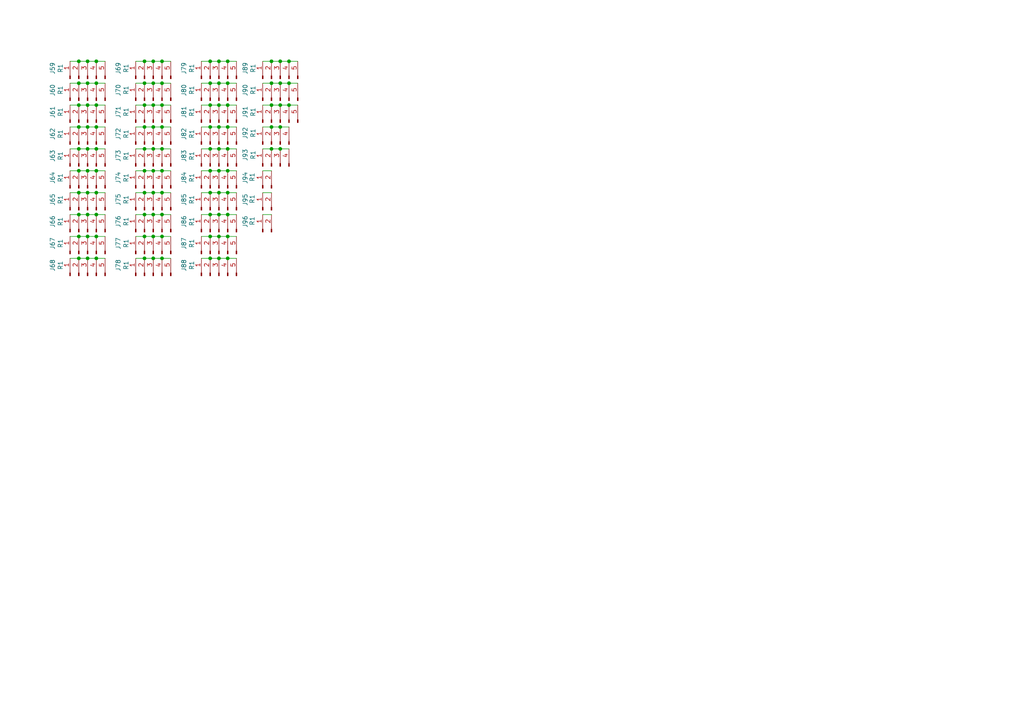
<source format=kicad_sch>
(kicad_sch (version 20231120) (generator "eeschema") (generator_version "8.0")
  (paper "A4")
  (lib_symbols
    (symbol "Connector:Conn_01x02_Pin" (pin_names (offset 1.016) hide)
      (property "Reference" "J" (at 0 2.54 0))
      (property "Value" "Conn_01x02_Pin" (at 0 -5.08 0))
      (symbol "Conn_01x02_Pin_1_1"
        (polyline (pts (xy 1.27 -2.54) (xy 0.8636 -2.54)) (stroke (width 0.1524)))
        (polyline (pts (xy 1.27 0) (xy 0.8636 0)) (stroke (width 0.1524)))
        (rectangle (start 0.8636 -2.413) (end 0 -2.667) (stroke (width 0.1524)) (fill (type outline)))
        (rectangle (start 0.8636 0.127) (end 0 -0.127) (stroke (width 0.1524)) (fill (type outline)))
        (pin passive line (at 5.08 0 180) (length 3.81) (name "Pin_1") (number "1"))
        (pin passive line (at 5.08 -2.54 180) (length 3.81) (name "Pin_2") (number "2"))
      )
    )
    (symbol "Connector:Conn_01x04_Pin" (pin_names (offset 1.016) hide)
      (property "Reference" "J" (at 0 5.08 0))
      (property "Value" "Conn_01x04_Pin" (at 0 -7.62 0))
      (symbol "Conn_01x04_Pin_1_1"
        (polyline (pts (xy 1.27 -5.08) (xy 0.8636 -5.08)) (stroke (width 0.1524)))
        (polyline (pts (xy 1.27 -2.54) (xy 0.8636 -2.54)) (stroke (width 0.1524)))
        (polyline (pts (xy 1.27 0) (xy 0.8636 0)) (stroke (width 0.1524)))
        (polyline (pts (xy 1.27 2.54) (xy 0.8636 2.54)) (stroke (width 0.1524)))
        (rectangle (start 0.8636 -4.953) (end 0 -5.207) (stroke (width 0.1524)) (fill (type outline)))
        (rectangle (start 0.8636 -2.413) (end 0 -2.667) (stroke (width 0.1524)) (fill (type outline)))
        (rectangle (start 0.8636 0.127) (end 0 -0.127) (stroke (width 0.1524)) (fill (type outline)))
        (rectangle (start 0.8636 2.667) (end 0 2.413) (stroke (width 0.1524)) (fill (type outline)))
        (pin passive line (at 5.08 2.54 180) (length 3.81) (name "Pin_1") (number "1"))
        (pin passive line (at 5.08 0 180) (length 3.81) (name "Pin_2") (number "2"))
        (pin passive line (at 5.08 -2.54 180) (length 3.81) (name "Pin_3") (number "3"))
        (pin passive line (at 5.08 -5.08 180) (length 3.81) (name "Pin_4") (number "4"))
      )
    )
    (symbol "Connector:Conn_01x05_Pin" (pin_names (offset 1.016) hide)
      (property "Reference" "J" (at 0 7.62 0))
      (property "Value" "Conn_01x05_Pin" (at 0 -7.62 0))
      (symbol "Conn_01x05_Pin_1_1"
        (polyline (pts (xy 1.27 -5.08) (xy 0.8636 -5.08)) (stroke (width 0.1524)))
        (polyline (pts (xy 1.27 -2.54) (xy 0.8636 -2.54)) (stroke (width 0.1524)))
        (polyline (pts (xy 1.27 0) (xy 0.8636 0)) (stroke (width 0.1524)))
        (polyline (pts (xy 1.27 2.54) (xy 0.8636 2.54)) (stroke (width 0.1524)))
        (polyline (pts (xy 1.27 5.08) (xy 0.8636 5.08)) (stroke (width 0.1524)))
        (rectangle (start 0.8636 -4.953) (end 0 -5.207) (stroke (width 0.1524)) (fill (type outline)))
        (rectangle (start 0.8636 -2.413) (end 0 -2.667) (stroke (width 0.1524)) (fill (type outline)))
        (rectangle (start 0.8636 0.127) (end 0 -0.127) (stroke (width 0.1524)) (fill (type outline)))
        (rectangle (start 0.8636 2.667) (end 0 2.413) (stroke (width 0.1524)) (fill (type outline)))
        (rectangle (start 0.8636 5.207) (end 0 4.953) (stroke (width 0.1524)) (fill (type outline)))
        (pin passive line (at 5.08 5.08 180) (length 3.81) (name "Pin_1") (number "1"))
        (pin passive line (at 5.08 2.54 180) (length 3.81) (name "Pin_2") (number "2"))
        (pin passive line (at 5.08 0 180) (length 3.81) (name "Pin_3") (number "3"))
        (pin passive line (at 5.08 -2.54 180) (length 3.81) (name "Pin_4") (number "4"))
        (pin passive line (at 5.08 -5.08 180) (length 3.81) (name "Pin_5") (number "5"))
      )
    )
  )
  (junction (at 27.94 49.53))
  (junction (at 44.45 17.78))
  (junction (at 63.5 30.48))
  (junction (at 63.5 49.53))
  (junction (at 81.28 43.18))
  (junction (at 66.04 68.58))
  (junction (at 63.5 68.58))
  (junction (at 41.91 62.23))
  (junction (at 60.96 30.48))
  (junction (at 41.91 43.18))
  (junction (at 25.4 43.18))
  (junction (at 27.94 74.93))
  (junction (at 41.91 30.48))
  (junction (at 63.5 74.93))
  (junction (at 25.4 24.13))
  (junction (at 60.96 36.83))
  (junction (at 63.5 36.83))
  (junction (at 66.04 30.48))
  (junction (at 41.91 36.83))
  (junction (at 22.86 55.88))
  (junction (at 27.94 68.58))
  (junction (at 63.5 43.18))
  (junction (at 46.99 43.18))
  (junction (at 81.28 17.78))
  (junction (at 27.94 62.23))
  (junction (at 25.4 49.53))
  (junction (at 83.82 24.13))
  (junction (at 78.74 30.48))
  (junction (at 22.86 68.58))
  (junction (at 46.99 24.13))
  (junction (at 41.91 68.58))
  (junction (at 25.4 62.23))
  (junction (at 66.04 36.83))
  (junction (at 44.45 68.58))
  (junction (at 22.86 74.93))
  (junction (at 46.99 55.88))
  (junction (at 41.91 24.13))
  (junction (at 78.74 36.83))
  (junction (at 60.96 55.88))
  (junction (at 27.94 17.78))
  (junction (at 78.74 17.78))
  (junction (at 44.45 36.83))
  (junction (at 66.04 74.93))
  (junction (at 25.4 55.88))
  (junction (at 83.82 17.78))
  (junction (at 25.4 30.48))
  (junction (at 66.04 49.53))
  (junction (at 46.99 49.53))
  (junction (at 63.5 55.88))
  (junction (at 46.99 36.83))
  (junction (at 22.86 49.53))
  (junction (at 22.86 17.78))
  (junction (at 44.45 74.93))
  (junction (at 60.96 24.13))
  (junction (at 27.94 55.88))
  (junction (at 41.91 17.78))
  (junction (at 44.45 55.88))
  (junction (at 60.96 74.93))
  (junction (at 78.74 24.13))
  (junction (at 81.28 30.48))
  (junction (at 22.86 62.23))
  (junction (at 41.91 49.53))
  (junction (at 60.96 68.58))
  (junction (at 44.45 43.18))
  (junction (at 25.4 74.93))
  (junction (at 41.91 55.88))
  (junction (at 27.94 30.48))
  (junction (at 60.96 17.78))
  (junction (at 66.04 55.88))
  (junction (at 81.28 24.13))
  (junction (at 27.94 36.83))
  (junction (at 60.96 49.53))
  (junction (at 78.74 43.18))
  (junction (at 22.86 43.18))
  (junction (at 66.04 17.78))
  (junction (at 46.99 74.93))
  (junction (at 60.96 62.23))
  (junction (at 22.86 30.48))
  (junction (at 83.82 30.48))
  (junction (at 46.99 68.58))
  (junction (at 25.4 68.58))
  (junction (at 46.99 30.48))
  (junction (at 66.04 43.18))
  (junction (at 46.99 17.78))
  (junction (at 66.04 24.13))
  (junction (at 25.4 36.83))
  (junction (at 46.99 62.23))
  (junction (at 27.94 24.13))
  (junction (at 63.5 17.78))
  (junction (at 44.45 49.53))
  (junction (at 27.94 43.18))
  (junction (at 81.28 36.83))
  (junction (at 60.96 43.18))
  (junction (at 66.04 62.23))
  (junction (at 25.4 17.78))
  (junction (at 41.91 74.93))
  (junction (at 22.86 24.13))
  (junction (at 63.5 24.13))
  (junction (at 44.45 30.48))
  (junction (at 44.45 24.13))
  (junction (at 44.45 62.23))
  (junction (at 63.5 62.23))
  (junction (at 22.86 36.83))
  (wire (pts (xy 20.32 30.48) (xy 22.86 30.48)))
  (wire (pts (xy 63.5 43.18) (xy 66.04 43.18)))
  (wire (pts (xy 22.86 62.23) (xy 25.4 62.23)))
  (wire (pts (xy 83.82 24.13) (xy 86.36 24.13)))
  (wire (pts (xy 39.37 43.18) (xy 41.91 43.18)))
  (wire (pts (xy 25.4 55.88) (xy 27.94 55.88)))
  (wire (pts (xy 76.2 17.78) (xy 78.74 17.78)))
  (wire (pts (xy 78.74 36.83) (xy 81.28 36.83)))
  (wire (pts (xy 44.45 24.13) (xy 46.99 24.13)))
  (wire (pts (xy 27.94 30.48) (xy 30.48 30.48)))
  (wire (pts (xy 41.91 17.78) (xy 44.45 17.78)))
  (wire (pts (xy 60.96 30.48) (xy 63.5 30.48)))
  (wire (pts (xy 22.86 30.48) (xy 25.4 30.48)))
  (wire (pts (xy 27.94 62.23) (xy 30.48 62.23)))
  (wire (pts (xy 46.99 74.93) (xy 49.53 74.93)))
  (wire (pts (xy 22.86 24.13) (xy 25.4 24.13)))
  (wire (pts (xy 41.91 43.18) (xy 44.45 43.18)))
  (wire (pts (xy 39.37 74.93) (xy 41.91 74.93)))
  (wire (pts (xy 27.94 74.93) (xy 30.48 74.93)))
  (wire (pts (xy 58.42 62.23) (xy 60.96 62.23)))
  (wire (pts (xy 39.37 30.48) (xy 41.91 30.48)))
  (wire (pts (xy 27.94 55.88) (xy 30.48 55.88)))
  (wire (pts (xy 81.28 36.83) (xy 83.82 36.83)))
  (wire (pts (xy 44.45 49.53) (xy 46.99 49.53)))
  (wire (pts (xy 41.91 68.58) (xy 44.45 68.58)))
  (wire (pts (xy 39.37 68.58) (xy 41.91 68.58)))
  (wire (pts (xy 41.91 74.93) (xy 44.45 74.93)))
  (wire (pts (xy 39.37 55.88) (xy 41.91 55.88)))
  (wire (pts (xy 76.2 49.53) (xy 78.74 49.53)))
  (wire (pts (xy 63.5 24.13) (xy 66.04 24.13)))
  (wire (pts (xy 25.4 17.78) (xy 27.94 17.78)))
  (wire (pts (xy 60.96 17.78) (xy 63.5 17.78)))
  (wire (pts (xy 66.04 43.18) (xy 68.58 43.18)))
  (wire (pts (xy 44.45 74.93) (xy 46.99 74.93)))
  (wire (pts (xy 41.91 62.23) (xy 44.45 62.23)))
  (wire (pts (xy 63.5 30.48) (xy 66.04 30.48)))
  (wire (pts (xy 27.94 68.58) (xy 30.48 68.58)))
  (wire (pts (xy 60.96 62.23) (xy 63.5 62.23)))
  (wire (pts (xy 60.96 49.53) (xy 63.5 49.53)))
  (wire (pts (xy 39.37 24.13) (xy 41.91 24.13)))
  (wire (pts (xy 58.42 36.83) (xy 60.96 36.83)))
  (wire (pts (xy 81.28 43.18) (xy 83.82 43.18)))
  (wire (pts (xy 25.4 62.23) (xy 27.94 62.23)))
  (wire (pts (xy 46.99 17.78) (xy 49.53 17.78)))
  (wire (pts (xy 25.4 36.83) (xy 27.94 36.83)))
  (wire (pts (xy 22.86 43.18) (xy 25.4 43.18)))
  (wire (pts (xy 41.91 49.53) (xy 44.45 49.53)))
  (wire (pts (xy 81.28 30.48) (xy 83.82 30.48)))
  (wire (pts (xy 63.5 68.58) (xy 66.04 68.58)))
  (wire (pts (xy 41.91 55.88) (xy 44.45 55.88)))
  (wire (pts (xy 27.94 36.83) (xy 30.48 36.83)))
  (wire (pts (xy 46.99 62.23) (xy 49.53 62.23)))
  (wire (pts (xy 25.4 30.48) (xy 27.94 30.48)))
  (wire (pts (xy 63.5 74.93) (xy 66.04 74.93)))
  (wire (pts (xy 58.42 49.53) (xy 60.96 49.53)))
  (wire (pts (xy 25.4 68.58) (xy 27.94 68.58)))
  (wire (pts (xy 60.96 68.58) (xy 63.5 68.58)))
  (wire (pts (xy 63.5 36.83) (xy 66.04 36.83)))
  (wire (pts (xy 44.45 36.83) (xy 46.99 36.83)))
  (wire (pts (xy 60.96 55.88) (xy 63.5 55.88)))
  (wire (pts (xy 22.86 68.58) (xy 25.4 68.58)))
  (wire (pts (xy 66.04 68.58) (xy 68.58 68.58)))
  (wire (pts (xy 60.96 36.83) (xy 63.5 36.83)))
  (wire (pts (xy 66.04 74.93) (xy 68.58 74.93)))
  (wire (pts (xy 39.37 62.23) (xy 41.91 62.23)))
  (wire (pts (xy 78.74 24.13) (xy 81.28 24.13)))
  (wire (pts (xy 20.32 36.83) (xy 22.86 36.83)))
  (wire (pts (xy 25.4 43.18) (xy 27.94 43.18)))
  (wire (pts (xy 46.99 30.48) (xy 49.53 30.48)))
  (wire (pts (xy 58.42 68.58) (xy 60.96 68.58)))
  (wire (pts (xy 20.32 43.18) (xy 22.86 43.18)))
  (wire (pts (xy 44.45 17.78) (xy 46.99 17.78)))
  (wire (pts (xy 58.42 43.18) (xy 60.96 43.18)))
  (wire (pts (xy 22.86 74.93) (xy 25.4 74.93)))
  (wire (pts (xy 41.91 36.83) (xy 44.45 36.83)))
  (wire (pts (xy 58.42 17.78) (xy 60.96 17.78)))
  (wire (pts (xy 22.86 36.83) (xy 25.4 36.83)))
  (wire (pts (xy 46.99 49.53) (xy 49.53 49.53)))
  (wire (pts (xy 46.99 36.83) (xy 49.53 36.83)))
  (wire (pts (xy 76.2 62.23) (xy 78.74 62.23)))
  (wire (pts (xy 46.99 68.58) (xy 49.53 68.58)))
  (wire (pts (xy 66.04 49.53) (xy 68.58 49.53)))
  (wire (pts (xy 44.45 55.88) (xy 46.99 55.88)))
  (wire (pts (xy 44.45 30.48) (xy 46.99 30.48)))
  (wire (pts (xy 20.32 62.23) (xy 22.86 62.23)))
  (wire (pts (xy 60.96 74.93) (xy 63.5 74.93)))
  (wire (pts (xy 76.2 24.13) (xy 78.74 24.13)))
  (wire (pts (xy 25.4 49.53) (xy 27.94 49.53)))
  (wire (pts (xy 66.04 30.48) (xy 68.58 30.48)))
  (wire (pts (xy 44.45 68.58) (xy 46.99 68.58)))
  (wire (pts (xy 44.45 62.23) (xy 46.99 62.23)))
  (wire (pts (xy 78.74 30.48) (xy 81.28 30.48)))
  (wire (pts (xy 78.74 43.18) (xy 81.28 43.18)))
  (wire (pts (xy 60.96 24.13) (xy 63.5 24.13)))
  (wire (pts (xy 20.32 74.93) (xy 22.86 74.93)))
  (wire (pts (xy 76.2 43.18) (xy 78.74 43.18)))
  (wire (pts (xy 25.4 24.13) (xy 27.94 24.13)))
  (wire (pts (xy 76.2 30.48) (xy 78.74 30.48)))
  (wire (pts (xy 27.94 43.18) (xy 30.48 43.18)))
  (wire (pts (xy 39.37 36.83) (xy 41.91 36.83)))
  (wire (pts (xy 63.5 49.53) (xy 66.04 49.53)))
  (wire (pts (xy 20.32 17.78) (xy 22.86 17.78)))
  (wire (pts (xy 46.99 24.13) (xy 49.53 24.13)))
  (wire (pts (xy 41.91 24.13) (xy 44.45 24.13)))
  (wire (pts (xy 66.04 24.13) (xy 68.58 24.13)))
  (wire (pts (xy 44.45 43.18) (xy 46.99 43.18)))
  (wire (pts (xy 20.32 24.13) (xy 22.86 24.13)))
  (wire (pts (xy 46.99 55.88) (xy 49.53 55.88)))
  (wire (pts (xy 39.37 49.53) (xy 41.91 49.53)))
  (wire (pts (xy 66.04 55.88) (xy 68.58 55.88)))
  (wire (pts (xy 76.2 55.88) (xy 78.74 55.88)))
  (wire (pts (xy 81.28 24.13) (xy 83.82 24.13)))
  (wire (pts (xy 58.42 24.13) (xy 60.96 24.13)))
  (wire (pts (xy 66.04 17.78) (xy 68.58 17.78)))
  (wire (pts (xy 58.42 30.48) (xy 60.96 30.48)))
  (wire (pts (xy 58.42 74.93) (xy 60.96 74.93)))
  (wire (pts (xy 22.86 55.88) (xy 25.4 55.88)))
  (wire (pts (xy 76.2 36.83) (xy 78.74 36.83)))
  (wire (pts (xy 25.4 74.93) (xy 27.94 74.93)))
  (wire (pts (xy 63.5 55.88) (xy 66.04 55.88)))
  (wire (pts (xy 39.37 17.78) (xy 41.91 17.78)))
  (wire (pts (xy 63.5 62.23) (xy 66.04 62.23)))
  (wire (pts (xy 41.91 30.48) (xy 44.45 30.48)))
  (wire (pts (xy 66.04 36.83) (xy 68.58 36.83)))
  (wire (pts (xy 22.86 17.78) (xy 25.4 17.78)))
  (wire (pts (xy 83.82 30.48) (xy 86.36 30.48)))
  (wire (pts (xy 20.32 55.88) (xy 22.86 55.88)))
  (wire (pts (xy 46.99 43.18) (xy 49.53 43.18)))
  (wire (pts (xy 27.94 24.13) (xy 30.48 24.13)))
  (wire (pts (xy 27.94 49.53) (xy 30.48 49.53)))
  (wire (pts (xy 22.86 49.53) (xy 25.4 49.53)))
  (wire (pts (xy 83.82 17.78) (xy 86.36 17.78)))
  (wire (pts (xy 81.28 17.78) (xy 83.82 17.78)))
  (wire (pts (xy 60.96 43.18) (xy 63.5 43.18)))
  (wire (pts (xy 58.42 55.88) (xy 60.96 55.88)))
  (wire (pts (xy 20.32 49.53) (xy 22.86 49.53)))
  (wire (pts (xy 78.74 17.78) (xy 81.28 17.78)))
  (wire (pts (xy 66.04 62.23) (xy 68.58 62.23)))
  (wire (pts (xy 20.32 68.58) (xy 22.86 68.58)))
  (wire (pts (xy 27.94 17.78) (xy 30.48 17.78)))
  (wire (pts (xy 63.5 17.78) (xy 66.04 17.78)))
  (symbol (lib_id "Connector:Conn_01x02_Pin") (at 76.2 67.31 90) (unit 1)
    (property "Reference" "J96" (at 71.12 62.484 0) (effects (justify right)))
    (property "Value" "R1" (at 73.152 62.738 0) (effects (justify right)))
    (property "Footprint" "diy-nabra:PinHeader_1x02_P2.54mm_Vertical" (effects (hide yes)))
    (property "Description" "Generic connector, single row, 01x02, script generated" (effects (hide yes)))
  )
  (symbol (lib_id "Connector:Conn_01x05_Pin") (at 44.45 48.26 90) (unit 1)
    (property "Reference" "J73" (at 34.29 45.212 0))
    (property "Value" "R1" (at 36.576 45.212 0))
    (property "Footprint" "diy-nabra:R5_BB" (effects (hide yes)))
    (property "Description" "Generic connector, single row, 01x05, script generated" (effects (hide yes)))
  )
  (symbol (lib_id "Connector:Conn_01x02_Pin") (at 76.2 60.96 90) (unit 1)
    (property "Reference" "J95" (at 71.12 56.134 0) (effects (justify right)))
    (property "Value" "R1" (at 73.152 56.388 0) (effects (justify right)))
    (property "Footprint" "diy-nabra:PinHeader_1x02_P2.54mm_Vertical" (effects (hide yes)))
    (property "Description" "Generic connector, single row, 01x02, script generated" (effects (hide yes)))
  )
  (symbol (lib_id "Connector:Conn_01x05_Pin") (at 63.5 80.01 90) (unit 1)
    (property "Reference" "J88" (at 53.34 76.962 0))
    (property "Value" "R1" (at 55.626 76.962 0))
    (property "Footprint" "diy-nabra:R5_BB" (effects (hide yes)))
    (property "Description" "Generic connector, single row, 01x05, script generated" (effects (hide yes)))
  )
  (symbol (lib_id "Connector:Conn_01x05_Pin") (at 25.4 54.61 90) (unit 1)
    (property "Reference" "J64" (at 15.24 51.562 0))
    (property "Value" "R1" (at 17.526 51.562 0))
    (property "Footprint" "diy-nabra:R5_BB" (effects (hide yes)))
    (property "Description" "Generic connector, single row, 01x05, script generated" (effects (hide yes)))
  )
  (symbol (lib_id "Connector:Conn_01x05_Pin") (at 44.45 35.56 90) (unit 1)
    (property "Reference" "J71" (at 34.29 32.512 0))
    (property "Value" "R1" (at 36.576 32.512 0))
    (property "Footprint" "diy-nabra:R5_BB" (effects (hide yes)))
    (property "Description" "Generic connector, single row, 01x05, script generated" (effects (hide yes)))
  )
  (symbol (lib_id "Connector:Conn_01x05_Pin") (at 63.5 48.26 90) (unit 1)
    (property "Reference" "J83" (at 53.34 45.212 0))
    (property "Value" "R1" (at 55.626 45.212 0))
    (property "Footprint" "diy-nabra:R5_BB" (effects (hide yes)))
    (property "Description" "Generic connector, single row, 01x05, script generated" (effects (hide yes)))
  )
  (symbol (lib_id "Connector:Conn_01x05_Pin") (at 44.45 54.61 90) (unit 1)
    (property "Reference" "J74" (at 34.29 51.562 0))
    (property "Value" "R1" (at 36.576 51.562 0))
    (property "Footprint" "diy-nabra:R5_BB" (effects (hide yes)))
    (property "Description" "Generic connector, single row, 01x05, script generated" (effects (hide yes)))
  )
  (symbol (lib_id "Connector:Conn_01x04_Pin") (at 78.74 48.26 90) (unit 1)
    (property "Reference" "J93" (at 71.12 44.958 0))
    (property "Value" "R1" (at 73.406 44.958 0))
    (property "Footprint" "diy-nabra:PinHeader_1x04_P2.54mm_Vertical" (effects (hide yes)))
    (property "Description" "Generic connector, single row, 01x04, script generated" (effects (hide yes)))
  )
  (symbol (lib_id "Connector:Conn_01x05_Pin") (at 44.45 67.31 90) (unit 1)
    (property "Reference" "J76" (at 34.29 64.262 0))
    (property "Value" "R1" (at 36.576 64.262 0))
    (property "Footprint" "diy-nabra:R5_BB" (effects (hide yes)))
    (property "Description" "Generic connector, single row, 01x05, script generated" (effects (hide yes)))
  )
  (symbol (lib_id "Connector:Conn_01x05_Pin") (at 63.5 54.61 90) (unit 1)
    (property "Reference" "J84" (at 53.34 51.562 0))
    (property "Value" "R1" (at 55.626 51.562 0))
    (property "Footprint" "diy-nabra:R5_BB" (effects (hide yes)))
    (property "Description" "Generic connector, single row, 01x05, script generated" (effects (hide yes)))
  )
  (symbol (lib_id "Connector:Conn_01x05_Pin") (at 44.45 80.01 90) (unit 1)
    (property "Reference" "J78" (at 34.29 76.962 0))
    (property "Value" "R1" (at 36.576 76.962 0))
    (property "Footprint" "diy-nabra:R5_BB" (effects (hide yes)))
    (property "Description" "Generic connector, single row, 01x05, script generated" (effects (hide yes)))
  )
  (symbol (lib_id "Connector:Conn_01x05_Pin") (at 44.45 73.66 90) (unit 1)
    (property "Reference" "J77" (at 34.29 70.612 0))
    (property "Value" "R1" (at 36.576 70.612 0))
    (property "Footprint" "diy-nabra:R5_BB" (effects (hide yes)))
    (property "Description" "Generic connector, single row, 01x05, script generated" (effects (hide yes)))
  )
  (symbol (lib_id "Connector:Conn_01x05_Pin") (at 63.5 73.66 90) (unit 1)
    (property "Reference" "J87" (at 53.34 70.612 0))
    (property "Value" "R1" (at 55.626 70.612 0))
    (property "Footprint" "diy-nabra:R5_BB" (effects (hide yes)))
    (property "Description" "Generic connector, single row, 01x05, script generated" (effects (hide yes)))
  )
  (symbol (lib_id "Connector:Conn_01x05_Pin") (at 44.45 60.96 90) (unit 1)
    (property "Reference" "J75" (at 34.29 57.912 0))
    (property "Value" "R1" (at 36.576 57.912 0))
    (property "Footprint" "diy-nabra:R5_BB" (effects (hide yes)))
    (property "Description" "Generic connector, single row, 01x05, script generated" (effects (hide yes)))
  )
  (symbol (lib_id "Connector:Conn_01x05_Pin") (at 25.4 80.01 90) (unit 1)
    (property "Reference" "J68" (at 15.24 76.962 0))
    (property "Value" "R1" (at 17.526 76.962 0))
    (property "Footprint" "diy-nabra:R5_BB" (effects (hide yes)))
    (property "Description" "Generic connector, single row, 01x05, script generated" (effects (hide yes)))
  )
  (symbol (lib_id "Connector:Conn_01x05_Pin") (at 25.4 35.56 90) (unit 1)
    (property "Reference" "J61" (at 15.24 32.512 0))
    (property "Value" "R1" (at 17.526 32.512 0))
    (property "Footprint" "diy-nabra:R5_BB" (effects (hide yes)))
    (property "Description" "Generic connector, single row, 01x05, script generated" (effects (hide yes)))
  )
  (symbol (lib_id "Connector:Conn_01x05_Pin") (at 25.4 48.26 90) (unit 1)
    (property "Reference" "J63" (at 15.24 45.212 0))
    (property "Value" "R1" (at 17.526 45.212 0))
    (property "Footprint" "diy-nabra:R5_BB" (effects (hide yes)))
    (property "Description" "Generic connector, single row, 01x05, script generated" (effects (hide yes)))
  )
  (symbol (lib_id "Connector:Conn_01x05_Pin") (at 63.5 22.86 90) (unit 1)
    (property "Reference" "J79" (at 53.34 19.812 0))
    (property "Value" "R1" (at 55.626 19.812 0))
    (property "Footprint" "diy-nabra:R5_BB" (effects (hide yes)))
    (property "Description" "Generic connector, single row, 01x05, script generated" (effects (hide yes)))
  )
  (symbol (lib_id "Connector:Conn_01x05_Pin") (at 25.4 67.31 90) (unit 1)
    (property "Reference" "J66" (at 15.24 64.262 0))
    (property "Value" "R1" (at 17.526 64.262 0))
    (property "Footprint" "diy-nabra:R5_BB" (effects (hide yes)))
    (property "Description" "Generic connector, single row, 01x05, script generated" (effects (hide yes)))
  )
  (symbol (lib_id "Connector:Conn_01x05_Pin") (at 44.45 41.91 90) (unit 1)
    (property "Reference" "J72" (at 34.29 38.862 0))
    (property "Value" "R1" (at 36.576 38.862 0))
    (property "Footprint" "diy-nabra:R5_BB" (effects (hide yes)))
    (property "Description" "Generic connector, single row, 01x05, script generated" (effects (hide yes)))
  )
  (symbol (lib_id "Connector:Conn_01x05_Pin") (at 81.28 22.86 90) (unit 1)
    (property "Reference" "J89" (at 71.12 19.812 0))
    (property "Value" "R1" (at 73.406 19.812 0))
    (property "Footprint" "diy-nabra:R5_BB" (effects (hide yes)))
    (property "Description" "Generic connector, single row, 01x05, script generated" (effects (hide yes)))
  )
  (symbol (lib_id "Connector:Conn_01x05_Pin") (at 81.28 29.21 90) (unit 1)
    (property "Reference" "J90" (at 71.12 26.162 0))
    (property "Value" "R1" (at 73.406 26.162 0))
    (property "Footprint" "diy-nabra:R5_BB" (effects (hide yes)))
    (property "Description" "Generic connector, single row, 01x05, script generated" (effects (hide yes)))
  )
  (symbol (lib_id "Connector:Conn_01x05_Pin") (at 81.28 35.56 90) (unit 1)
    (property "Reference" "J91" (at 71.12 32.512 0))
    (property "Value" "R1" (at 73.406 32.512 0))
    (property "Footprint" "diy-nabra:R5_BB" (effects (hide yes)))
    (property "Description" "Generic connector, single row, 01x05, script generated" (effects (hide yes)))
  )
  (symbol (lib_id "Connector:Conn_01x05_Pin") (at 63.5 60.96 90) (unit 1)
    (property "Reference" "J85" (at 53.34 57.912 0))
    (property "Value" "R1" (at 55.626 57.912 0))
    (property "Footprint" "diy-nabra:R5_BB" (effects (hide yes)))
    (property "Description" "Generic connector, single row, 01x05, script generated" (effects (hide yes)))
  )
  (symbol (lib_id "Connector:Conn_01x05_Pin") (at 25.4 29.21 90) (unit 1)
    (property "Reference" "J60" (at 15.24 26.162 0))
    (property "Value" "R1" (at 17.526 26.162 0))
    (property "Footprint" "diy-nabra:R5_BB" (effects (hide yes)))
    (property "Description" "Generic connector, single row, 01x05, script generated" (effects (hide yes)))
  )
  (symbol (lib_id "Connector:Conn_01x05_Pin") (at 25.4 22.86 90) (unit 1)
    (property "Reference" "J59" (at 15.24 19.812 0))
    (property "Value" "R1" (at 17.526 19.812 0))
    (property "Footprint" "diy-nabra:R5_BB" (effects (hide yes)))
    (property "Description" "Generic connector, single row, 01x05, script generated" (effects (hide yes)))
  )
  (symbol (lib_id "Connector:Conn_01x05_Pin") (at 63.5 41.91 90) (unit 1)
    (property "Reference" "J82" (at 53.34 38.862 0))
    (property "Value" "R1" (at 55.626 38.862 0))
    (property "Footprint" "diy-nabra:R5_BB" (effects (hide yes)))
    (property "Description" "Generic connector, single row, 01x05, script generated" (effects (hide yes)))
  )
  (symbol (lib_id "Connector:Conn_01x02_Pin") (at 76.2 54.61 90) (unit 1)
    (property "Reference" "J94" (at 71.12 49.784 0) (effects (justify right)))
    (property "Value" "R1" (at 73.152 50.038 0) (effects (justify right)))
    (property "Footprint" "diy-nabra:PinHeader_1x02_P2.54mm_Vertical" (effects (hide yes)))
    (property "Description" "Generic connector, single row, 01x02, script generated" (effects (hide yes)))
  )
  (symbol (lib_id "Connector:Conn_01x05_Pin") (at 25.4 60.96 90) (unit 1)
    (property "Reference" "J65" (at 15.24 57.912 0))
    (property "Value" "R1" (at 17.526 57.912 0))
    (property "Footprint" "diy-nabra:R5_BB" (effects (hide yes)))
    (property "Description" "Generic connector, single row, 01x05, script generated" (effects (hide yes)))
  )
  (symbol (lib_id "Connector:Conn_01x05_Pin") (at 25.4 41.91 90) (unit 1)
    (property "Reference" "J62" (at 15.24 38.862 0))
    (property "Value" "R1" (at 17.526 38.862 0))
    (property "Footprint" "diy-nabra:R5_BB" (effects (hide yes)))
    (property "Description" "Generic connector, single row, 01x05, script generated" (effects (hide yes)))
  )
  (symbol (lib_id "Connector:Conn_01x05_Pin") (at 25.4 73.66 90) (unit 1)
    (property "Reference" "J67" (at 15.24 70.612 0))
    (property "Value" "R1" (at 17.526 70.612 0))
    (property "Footprint" "diy-nabra:R5_BB" (effects (hide yes)))
    (property "Description" "Generic connector, single row, 01x05, script generated" (effects (hide yes)))
  )
  (symbol (lib_id "Connector:Conn_01x05_Pin") (at 63.5 67.31 90) (unit 1)
    (property "Reference" "J86" (at 53.34 64.262 0))
    (property "Value" "R1" (at 55.626 64.262 0))
    (property "Footprint" "diy-nabra:R5_BB" (effects (hide yes)))
    (property "Description" "Generic connector, single row, 01x05, script generated" (effects (hide yes)))
  )
  (symbol (lib_id "Connector:Conn_01x05_Pin") (at 44.45 22.86 90) (unit 1)
    (property "Reference" "J69" (at 34.29 19.812 0))
    (property "Value" "R1" (at 36.576 19.812 0))
    (property "Footprint" "diy-nabra:R5_BB" (effects (hide yes)))
    (property "Description" "Generic connector, single row, 01x05, script generated" (effects (hide yes)))
  )
  (symbol (lib_id "Connector:Conn_01x05_Pin") (at 63.5 35.56 90) (unit 1)
    (property "Reference" "J81" (at 53.34 32.512 0))
    (property "Value" "R1" (at 55.626 32.512 0))
    (property "Footprint" "diy-nabra:R5_BB" (effects (hide yes)))
    (property "Description" "Generic connector, single row, 01x05, script generated" (effects (hide yes)))
  )
  (symbol (lib_id "Connector:Conn_01x04_Pin") (at 78.74 41.91 90) (unit 1)
    (property "Reference" "J92" (at 71.12 38.608 0))
    (property "Value" "R1" (at 73.406 38.608 0))
    (property "Footprint" "diy-nabra:PinHeader_1x04_P2.54mm_Vertical" (effects (hide yes)))
    (property "Description" "Generic connector, single row, 01x04, script generated" (effects (hide yes)))
  )
  (symbol (lib_id "Connector:Conn_01x05_Pin") (at 44.45 29.21 90) (unit 1)
    (property "Reference" "J70" (at 34.29 26.162 0))
    (property "Value" "R1" (at 36.576 26.162 0))
    (property "Footprint" "diy-nabra:R5_BB" (effects (hide yes)))
    (property "Description" "Generic connector, single row, 01x05, script generated" (effects (hide yes)))
  )
  (symbol (lib_id "Connector:Conn_01x05_Pin") (at 63.5 29.21 90) (unit 1)
    (property "Reference" "J80" (at 53.34 26.162 0))
    (property "Value" "R1" (at 55.626 26.162 0))
    (property "Footprint" "diy-nabra:R5_BB" (effects (hide yes)))
    (property "Description" "Generic connector, single row, 01x05, script generated" (effects (hide yes)))
  )
)
</source>
